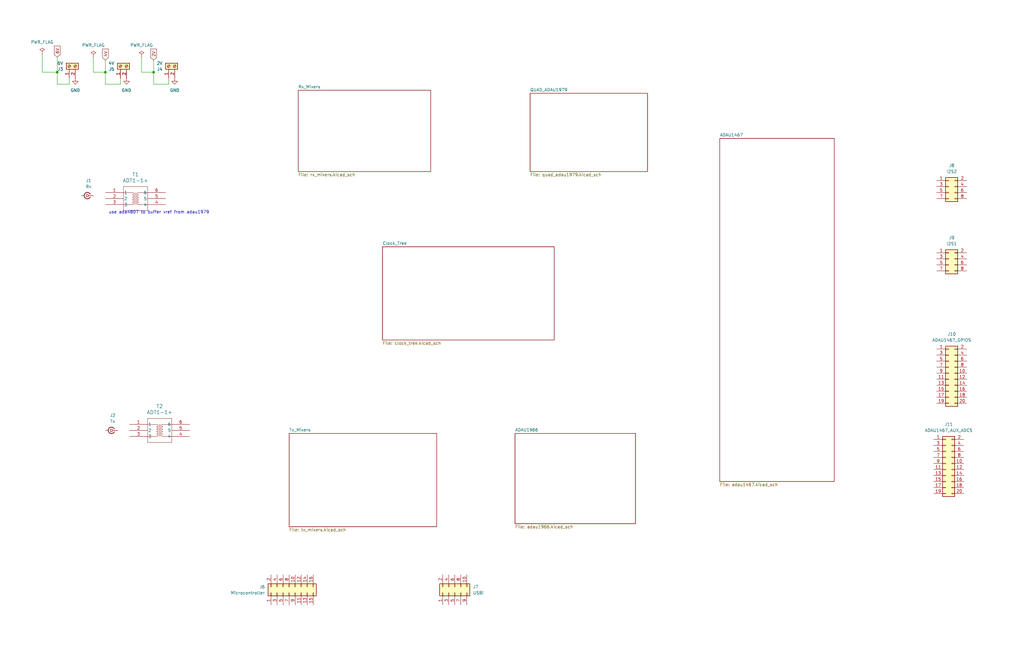
<source format=kicad_sch>
(kicad_sch (version 20250114) (generator "eeschema") (generator_version "9.0")
  (paper "B")
  (title_block (title "HF Software Defined Radio with 32 Phase Polyphase Mixer") (date "2025-12-31") (rev "0.0") (company "Andy McCann KA3KAF and Doug McCann KA3KAG"))
  (lib_symbols
    (symbol "ADTT1_1:ADT1-1+" (pin_names (offset 0.254))
      (property "Reference" "T" (at 20.32 10.16 0))
      (property "Value" "ADT1-1+" (at 20.32 7.62 0))
      (symbol "ADT1-1+_0_1"
        (polyline (pts (xy 15.24 2.54) (xy 15.24 -7.62)) (stroke (width 0.127)))
        (polyline (pts (xy 15.24 0) (xy 19.05 0)) (stroke (width 0.127)))
        (polyline (pts (xy 15.24 -5.08) (xy 19.05 -5.08)) (stroke (width 0.127)))
        (polyline (pts (xy 15.24 -7.62) (xy 25.4 -7.62)) (stroke (width 0.127)))
        (arc (start 19.05 0) (mid 19.5557 -0.508) (end 19.05 -1.016) (stroke (width 0.127)))
        (arc (start 19.05 -1.016) (mid 19.5557 -1.524) (end 19.05 -2.032) (stroke (width 0.127)))
        (arc (start 19.05 -2.032) (mid 19.5557 -2.54) (end 19.05 -3.048) (stroke (width 0.127)))
        (arc (start 19.05 -3.048) (mid 19.5557 -3.556) (end 19.05 -4.064) (stroke (width 0.127)))
        (arc (start 19.05 -4.064) (mid 19.5557 -4.572) (end 19.05 -5.08) (stroke (width 0.127)))
        (polyline (pts (xy 20.066 0) (xy 20.066 -5.08)) (stroke (width 0.127)))
        (polyline (pts (xy 20.574 0) (xy 20.574 -5.08)) (stroke (width 0.127)))
        (arc (start 21.59 -1.016) (mid 21.0842 -0.508) (end 21.59 0) (stroke (width 0.127)))
        (arc (start 21.59 -2.032) (mid 21.0842 -1.524) (end 21.59 -1.016) (stroke (width 0.127)))
        (arc (start 21.59 -3.048) (mid 21.0842 -2.54) (end 21.59 -2.032) (stroke (width 0.127)))
        (arc (start 21.59 -4.064) (mid 21.0842 -3.556) (end 21.59 -3.048) (stroke (width 0.127)))
        (arc (start 21.59 -5.08) (mid 21.0842 -4.572) (end 21.59 -4.064) (stroke (width 0.127)))
        (polyline (pts (xy 25.4 2.54) (xy 15.24 2.54)) (stroke (width 0.127)))
        (polyline (pts (xy 25.4 0) (xy 21.59 0)) (stroke (width 0.127)))
        (polyline (pts (xy 25.4 -5.08) (xy 21.59 -5.08)) (stroke (width 0.127)))
        (polyline (pts (xy 25.4 -7.62) (xy 25.4 2.54)) (stroke (width 0.127)))
        (pin unspecified line (at 7.62 0 0) (length 7.62) (name "1") (number "1"))
        (pin unspecified line (at 7.62 -2.54 0) (length 7.62) (name "2") (number "2"))
        (pin unspecified line (at 7.62 -5.08 0) (length 7.62) (name "3") (number "3"))
        (pin unspecified line (at 33.02 0 180) (length 7.62) (name "6") (number "6"))
        (pin unspecified line (at 33.02 -2.54 180) (length 7.62) (name "5") (number "5"))
        (pin unspecified line (at 33.02 -5.08 180) (length 7.62) (name "4") (number "4"))
      )
    )
    (symbol "Connector:Conn_Coaxial_Small" (pin_numbers (hide yes)) (pin_names (offset 1.016) (hide yes))
      (property "Reference" "J" (at 0.254 3.048 0))
      (property "Value" "Conn_Coaxial_Small" (at 0 -3.81 0))
      (symbol "Conn_Coaxial_Small_0_1"
        (polyline (pts (xy -2.54 0) (xy -0.508 0)))
        (circle (center 0 0) (radius 0.508) (stroke (width 0.2032)))
      )
      (symbol "Conn_Coaxial_Small_1_1"
        (arc (start 1.3484 0.0039) (mid 0.327 -1.308) (end -1.1916 -0.6311) (stroke (width 0.3048)))
        (arc (start -1.1916 0.6311) (mid 0.327 1.3081) (end 1.3484 -0.0039) (stroke (width 0.3048)))
        (pin passive line (at -2.54 0 0) (length 1.27) (name "In") (number "1"))
        (pin passive line (at 2.54 0 180) (length 1.27) (name "Ext") (number "2"))
      )
    )
    (symbol "Connector:Screw_Terminal_01x02" (pin_names (offset 1.016) (hide yes))
      (property "Reference" "J" (at 0 2.54 0))
      (property "Value" "Screw_Terminal_01x02" (at 0 -5.08 0))
      (symbol "Screw_Terminal_01x02_1_1"
        (rectangle (start -1.27 1.27) (end 1.27 -3.81) (stroke (width 0.254)) (fill (type background)))
        (polyline (pts (xy -0.5334 0.3302) (xy 0.3302 -0.508)) (stroke (width 0.1524)))
        (polyline (pts (xy -0.5334 -2.2098) (xy 0.3302 -3.048)) (stroke (width 0.1524)))
        (polyline (pts (xy -0.3556 0.508) (xy 0.508 -0.3302)) (stroke (width 0.1524)))
        (polyline (pts (xy -0.3556 -2.032) (xy 0.508 -2.8702)) (stroke (width 0.1524)))
        (circle (center 0 0) (radius 0.635) (stroke (width 0.1524)))
        (circle (center 0 -2.54) (radius 0.635) (stroke (width 0.1524)))
        (pin passive line (at -5.08 0 0) (length 3.81) (name "Pin_1") (number "1"))
        (pin passive line (at -5.08 -2.54 0) (length 3.81) (name "Pin_2") (number "2"))
      )
    )
    (symbol "Connector_Generic:Conn_02x04_Odd_Even" (pin_names (offset 1.016) (hide yes))
      (property "Reference" "J" (at 1.27 5.08 0))
      (property "Value" "Conn_02x04_Odd_Even" (at 1.27 -7.62 0))
      (symbol "Conn_02x04_Odd_Even_1_1"
        (rectangle (start -1.27 3.81) (end 3.81 -6.35) (stroke (width 0.254)) (fill (type background)))
        (rectangle (start -1.27 2.667) (end 0 2.413) (stroke (width 0.1524)))
        (rectangle (start -1.27 0.127) (end 0 -0.127) (stroke (width 0.1524)))
        (rectangle (start -1.27 -2.413) (end 0 -2.667) (stroke (width 0.1524)))
        (rectangle (start -1.27 -4.953) (end 0 -5.207) (stroke (width 0.1524)))
        (rectangle (start 3.81 2.667) (end 2.54 2.413) (stroke (width 0.1524)))
        (rectangle (start 3.81 0.127) (end 2.54 -0.127) (stroke (width 0.1524)))
        (rectangle (start 3.81 -2.413) (end 2.54 -2.667) (stroke (width 0.1524)))
        (rectangle (start 3.81 -4.953) (end 2.54 -5.207) (stroke (width 0.1524)))
        (pin passive line (at -5.08 2.54 0) (length 3.81) (name "Pin_1") (number "1"))
        (pin passive line (at -5.08 0 0) (length 3.81) (name "Pin_3") (number "3"))
        (pin passive line (at -5.08 -2.54 0) (length 3.81) (name "Pin_5") (number "5"))
        (pin passive line (at -5.08 -5.08 0) (length 3.81) (name "Pin_7") (number "7"))
        (pin passive line (at 7.62 2.54 180) (length 3.81) (name "Pin_2") (number "2"))
        (pin passive line (at 7.62 0 180) (length 3.81) (name "Pin_4") (number "4"))
        (pin passive line (at 7.62 -2.54 180) (length 3.81) (name "Pin_6") (number "6"))
        (pin passive line (at 7.62 -5.08 180) (length 3.81) (name "Pin_8") (number "8"))
      )
    )
    (symbol "Connector_Generic:Conn_02x05_Odd_Even" (pin_names (offset 1.016) (hide yes))
      (property "Reference" "J" (at 1.27 7.62 0))
      (property "Value" "Conn_02x05_Odd_Even" (at 1.27 -7.62 0))
      (symbol "Conn_02x05_Odd_Even_1_1"
        (rectangle (start -1.27 6.35) (end 3.81 -6.35) (stroke (width 0.254)) (fill (type background)))
        (rectangle (start -1.27 5.207) (end 0 4.953) (stroke (width 0.1524)))
        (rectangle (start -1.27 2.667) (end 0 2.413) (stroke (width 0.1524)))
        (rectangle (start -1.27 0.127) (end 0 -0.127) (stroke (width 0.1524)))
        (rectangle (start -1.27 -2.413) (end 0 -2.667) (stroke (width 0.1524)))
        (rectangle (start -1.27 -4.953) (end 0 -5.207) (stroke (width 0.1524)))
        (rectangle (start 3.81 5.207) (end 2.54 4.953) (stroke (width 0.1524)))
        (rectangle (start 3.81 2.667) (end 2.54 2.413) (stroke (width 0.1524)))
        (rectangle (start 3.81 0.127) (end 2.54 -0.127) (stroke (width 0.1524)))
        (rectangle (start 3.81 -2.413) (end 2.54 -2.667) (stroke (width 0.1524)))
        (rectangle (start 3.81 -4.953) (end 2.54 -5.207) (stroke (width 0.1524)))
        (pin passive line (at -5.08 5.08 0) (length 3.81) (name "Pin_1") (number "1"))
        (pin passive line (at -5.08 2.54 0) (length 3.81) (name "Pin_3") (number "3"))
        (pin passive line (at -5.08 0 0) (length 3.81) (name "Pin_5") (number "5"))
        (pin passive line (at -5.08 -2.54 0) (length 3.81) (name "Pin_7") (number "7"))
        (pin passive line (at -5.08 -5.08 0) (length 3.81) (name "Pin_9") (number "9"))
        (pin passive line (at 7.62 5.08 180) (length 3.81) (name "Pin_2") (number "2"))
        (pin passive line (at 7.62 2.54 180) (length 3.81) (name "Pin_4") (number "4"))
        (pin passive line (at 7.62 0 180) (length 3.81) (name "Pin_6") (number "6"))
        (pin passive line (at 7.62 -2.54 180) (length 3.81) (name "Pin_8") (number "8"))
        (pin passive line (at 7.62 -5.08 180) (length 3.81) (name "Pin_10") (number "10"))
      )
    )
    (symbol "Connector_Generic:Conn_02x08_Odd_Even" (pin_names (offset 1.016) (hide yes))
      (property "Reference" "J" (at 1.27 10.16 0))
      (property "Value" "Conn_02x08_Odd_Even" (at 1.27 -12.7 0))
      (symbol "Conn_02x08_Odd_Even_1_1"
        (rectangle (start -1.27 8.89) (end 3.81 -11.43) (stroke (width 0.254)) (fill (type background)))
        (rectangle (start -1.27 7.747) (end 0 7.493) (stroke (width 0.1524)))
        (rectangle (start -1.27 5.207) (end 0 4.953) (stroke (width 0.1524)))
        (rectangle (start -1.27 2.667) (end 0 2.413) (stroke (width 0.1524)))
        (rectangle (start -1.27 0.127) (end 0 -0.127) (stroke (width 0.1524)))
        (rectangle (start -1.27 -2.413) (end 0 -2.667) (stroke (width 0.1524)))
        (rectangle (start -1.27 -4.953) (end 0 -5.207) (stroke (width 0.1524)))
        (rectangle (start -1.27 -7.493) (end 0 -7.747) (stroke (width 0.1524)))
        (rectangle (start -1.27 -10.033) (end 0 -10.287) (stroke (width 0.1524)))
        (rectangle (start 3.81 7.747) (end 2.54 7.493) (stroke (width 0.1524)))
        (rectangle (start 3.81 5.207) (end 2.54 4.953) (stroke (width 0.1524)))
        (rectangle (start 3.81 2.667) (end 2.54 2.413) (stroke (width 0.1524)))
        (rectangle (start 3.81 0.127) (end 2.54 -0.127) (stroke (width 0.1524)))
        (rectangle (start 3.81 -2.413) (end 2.54 -2.667) (stroke (width 0.1524)))
        (rectangle (start 3.81 -4.953) (end 2.54 -5.207) (stroke (width 0.1524)))
        (rectangle (start 3.81 -7.493) (end 2.54 -7.747) (stroke (width 0.1524)))
        (rectangle (start 3.81 -10.033) (end 2.54 -10.287) (stroke (width 0.1524)))
        (pin passive line (at -5.08 7.62 0) (length 3.81) (name "Pin_1") (number "1"))
        (pin passive line (at -5.08 5.08 0) (length 3.81) (name "Pin_3") (number "3"))
        (pin passive line (at -5.08 2.54 0) (length 3.81) (name "Pin_5") (number "5"))
        (pin passive line (at -5.08 0 0) (length 3.81) (name "Pin_7") (number "7"))
        (pin passive line (at -5.08 -2.54 0) (length 3.81) (name "Pin_9") (number "9"))
        (pin passive line (at -5.08 -5.08 0) (length 3.81) (name "Pin_11") (number "11"))
        (pin passive line (at -5.08 -7.62 0) (length 3.81) (name "Pin_13") (number "13"))
        (pin passive line (at -5.08 -10.16 0) (length 3.81) (name "Pin_15") (number "15"))
        (pin passive line (at 7.62 7.62 180) (length 3.81) (name "Pin_2") (number "2"))
        (pin passive line (at 7.62 5.08 180) (length 3.81) (name "Pin_4") (number "4"))
        (pin passive line (at 7.62 2.54 180) (length 3.81) (name "Pin_6") (number "6"))
        (pin passive line (at 7.62 0 180) (length 3.81) (name "Pin_8") (number "8"))
        (pin passive line (at 7.62 -2.54 180) (length 3.81) (name "Pin_10") (number "10"))
        (pin passive line (at 7.62 -5.08 180) (length 3.81) (name "Pin_12") (number "12"))
        (pin passive line (at 7.62 -7.62 180) (length 3.81) (name "Pin_14") (number "14"))
        (pin passive line (at 7.62 -10.16 180) (length 3.81) (name "Pin_16") (number "16"))
      )
    )
    (symbol "Connector_Generic:Conn_02x10_Odd_Even" (pin_names (offset 1.016) (hide yes))
      (property "Reference" "J" (at 1.27 12.7 0))
      (property "Value" "Conn_02x10_Odd_Even" (at 1.27 -15.24 0))
      (symbol "Conn_02x10_Odd_Even_1_1"
        (rectangle (start -1.27 11.43) (end 3.81 -13.97) (stroke (width 0.254)) (fill (type background)))
        (rectangle (start -1.27 10.287) (end 0 10.033) (stroke (width 0.1524)))
        (rectangle (start -1.27 7.747) (end 0 7.493) (stroke (width 0.1524)))
        (rectangle (start -1.27 5.207) (end 0 4.953) (stroke (width 0.1524)))
        (rectangle (start -1.27 2.667) (end 0 2.413) (stroke (width 0.1524)))
        (rectangle (start -1.27 0.127) (end 0 -0.127) (stroke (width 0.1524)))
        (rectangle (start -1.27 -2.413) (end 0 -2.667) (stroke (width 0.1524)))
        (rectangle (start -1.27 -4.953) (end 0 -5.207) (stroke (width 0.1524)))
        (rectangle (start -1.27 -7.493) (end 0 -7.747) (stroke (width 0.1524)))
        (rectangle (start -1.27 -10.033) (end 0 -10.287) (stroke (width 0.1524)))
        (rectangle (start -1.27 -12.573) (end 0 -12.827) (stroke (width 0.1524)))
        (rectangle (start 3.81 10.287) (end 2.54 10.033) (stroke (width 0.1524)))
        (rectangle (start 3.81 7.747) (end 2.54 7.493) (stroke (width 0.1524)))
        (rectangle (start 3.81 5.207) (end 2.54 4.953) (stroke (width 0.1524)))
        (rectangle (start 3.81 2.667) (end 2.54 2.413) (stroke (width 0.1524)))
        (rectangle (start 3.81 0.127) (end 2.54 -0.127) (stroke (width 0.1524)))
        (rectangle (start 3.81 -2.413) (end 2.54 -2.667) (stroke (width 0.1524)))
        (rectangle (start 3.81 -4.953) (end 2.54 -5.207) (stroke (width 0.1524)))
        (rectangle (start 3.81 -7.493) (end 2.54 -7.747) (stroke (width 0.1524)))
        (rectangle (start 3.81 -10.033) (end 2.54 -10.287) (stroke (width 0.1524)))
        (rectangle (start 3.81 -12.573) (end 2.54 -12.827) (stroke (width 0.1524)))
        (pin passive line (at -5.08 10.16 0) (length 3.81) (name "Pin_1") (number "1"))
        (pin passive line (at -5.08 7.62 0) (length 3.81) (name "Pin_3") (number "3"))
        (pin passive line (at -5.08 5.08 0) (length 3.81) (name "Pin_5") (number "5"))
        (pin passive line (at -5.08 2.54 0) (length 3.81) (name "Pin_7") (number "7"))
        (pin passive line (at -5.08 0 0) (length 3.81) (name "Pin_9") (number "9"))
        (pin passive line (at -5.08 -2.54 0) (length 3.81) (name "Pin_11") (number "11"))
        (pin passive line (at -5.08 -5.08 0) (length 3.81) (name "Pin_13") (number "13"))
        (pin passive line (at -5.08 -7.62 0) (length 3.81) (name "Pin_15") (number "15"))
        (pin passive line (at -5.08 -10.16 0) (length 3.81) (name "Pin_17") (number "17"))
        (pin passive line (at -5.08 -12.7 0) (length 3.81) (name "Pin_19") (number "19"))
        (pin passive line (at 7.62 10.16 180) (length 3.81) (name "Pin_2") (number "2"))
        (pin passive line (at 7.62 7.62 180) (length 3.81) (name "Pin_4") (number "4"))
        (pin passive line (at 7.62 5.08 180) (length 3.81) (name "Pin_6") (number "6"))
        (pin passive line (at 7.62 2.54 180) (length 3.81) (name "Pin_8") (number "8"))
        (pin passive line (at 7.62 0 180) (length 3.81) (name "Pin_10") (number "10"))
        (pin passive line (at 7.62 -2.54 180) (length 3.81) (name "Pin_12") (number "12"))
        (pin passive line (at 7.62 -5.08 180) (length 3.81) (name "Pin_14") (number "14"))
        (pin passive line (at 7.62 -7.62 180) (length 3.81) (name "Pin_16") (number "16"))
        (pin passive line (at 7.62 -10.16 180) (length 3.81) (name "Pin_18") (number "18"))
        (pin passive line (at 7.62 -12.7 180) (length 3.81) (name "Pin_20") (number "20"))
      )
    )
    (symbol "power:GND" (power) (pin_numbers (hide yes)) (pin_names (offset 0) (hide yes))
      (property "Value" "GND" (at 0 -3.81 0))
      (symbol "GND_0_1"
        (polyline (pts (xy 0 0) (xy 0 -1.27) (xy 1.27 -1.27) (xy 0 -2.54) (xy -1.27 -1.27) (xy 0 -1.27)))
      )
      (symbol "GND_1_1"
        (pin power_in line (at 0 0 270) (length 0) (name "~") (number "1"))
      )
    )
    (symbol "power:PWR_FLAG" (power) (pin_numbers (hide yes)) (pin_names (offset 0) (hide yes))
      (property "Value" "PWR_FLAG" (at 0 3.81 0))
      (symbol "PWR_FLAG_0_0"
        (pin power_out line (at 0 0 90) (length 0) (name "~") (number "1"))
      )
      (symbol "PWR_FLAG_0_1"
        (polyline (pts (xy 0 0) (xy 0 1.27) (xy -1.016 1.905) (xy 0 2.54) (xy 1.016 1.905) (xy 0 1.27)))
      )
    )
  )
  (text "use ada4807 to buffer vref from adau1979" (at 67.056 89.662 0) (effects (font (size 1.27 1.27))))
  (junction (at 64.77 30.48))
  (junction (at 24.13 30.48))
  (junction (at 44.45 30.48))
  (wire (pts (xy 39.37 30.48) (xy 44.45 30.48)))
  (wire (pts (xy 71.12 35.56) (xy 64.77 35.56)))
  (wire (pts (xy 39.37 24.13) (xy 39.37 30.48)))
  (wire (pts (xy 59.69 30.48) (xy 64.77 30.48)))
  (wire (pts (xy 24.13 30.48) (xy 24.13 35.56)))
  (wire (pts (xy 17.78 22.86) (xy 17.78 30.48)))
  (wire (pts (xy 17.78 30.48) (xy 24.13 30.48)))
  (wire (pts (xy 71.12 33.02) (xy 71.12 35.56)))
  (wire (pts (xy 50.8 33.02) (xy 50.8 35.56)))
  (wire (pts (xy 24.13 24.13) (xy 24.13 30.48)))
  (wire (pts (xy 50.8 35.56) (xy 44.45 35.56)))
  (wire (pts (xy 44.45 25.4) (xy 44.45 30.48)))
  (wire (pts (xy 64.77 35.56) (xy 64.77 30.48)))
  (wire (pts (xy 29.21 35.56) (xy 24.13 35.56)))
  (wire (pts (xy 44.45 30.48) (xy 44.45 35.56)))
  (wire (pts (xy 59.69 24.13) (xy 59.69 30.48)))
  (wire (pts (xy 64.77 30.48) (xy 64.77 25.4)))
  (wire (pts (xy 29.21 33.02) (xy 29.21 35.56)))
  (global_label "4V" (shape input) (at 44.45 25.4 90) (property "Intersheetrefs" "${INTERSHEET_REFS}" (effects (hide yes))))
  (global_label "6V" (shape input) (at 24.13 24.13 90) (property "Intersheetrefs" "${INTERSHEET_REFS}" (effects (hide yes))))
  (global_label "2V" (shape input) (at 64.77 25.4 90) (property "Intersheetrefs" "${INTERSHEET_REFS}" (effects (hide yes))))
  (symbol (lib_id "Connector:Screw_Terminal_01x02") (at 50.8 27.94 90) (unit 1)
    (property "Reference" "J5" (at 48.26 29.2101 90) (effects (justify left)))
    (property "Value" "4V" (at 48.26 26.6701 90) (effects (justify left)))
    (property "Description" "Generic screw terminal, single row, 01x02, script generated (kicad-library-utils/schlib/autogen/connector/)" (effects (hide yes)))
  )
  (symbol (lib_id "Connector:Screw_Terminal_01x02") (at 71.12 27.94 90) (unit 1)
    (property "Reference" "J4" (at 68.58 29.2101 90) (effects (justify left)))
    (property "Value" "2V" (at 68.58 26.6701 90) (effects (justify left)))
    (property "Description" "Generic screw terminal, single row, 01x02, script generated (kicad-library-utils/schlib/autogen/connector/)" (effects (hide yes)))
  )
  (symbol (lib_id "ADTT1_1:ADT1-1+") (at 46.99 179.07 0) (unit 1)
    (property "Reference" "T2" (at 67.31 171.45 0) (effects (font (size 1.524 1.524))))
    (property "Value" "ADT1-1+" (at 67.31 173.99 0) (effects (font (size 1.524 1.524))))
    (property "Footprint" "ADT1-1+_MNC" (effects (hide yes)))
    (property "Datasheet" "ADT1-1+" (effects (hide yes)))
  )
  (symbol (lib_id "ADTT1_1:ADT1-1+") (at 36.83 81.28 0) (unit 1)
    (property "Reference" "T1" (at 57.15 73.66 0) (effects (font (size 1.524 1.524))))
    (property "Value" "ADT1-1+" (at 57.15 76.2 0) (effects (font (size 1.524 1.524))))
    (property "Footprint" "ADT1-1+_MNC" (effects (hide yes)))
    (property "Datasheet" "https://www.minicircuits.com/pdfs/ADT1-1+.pdf" (effects (hide yes)))
  )
  (symbol (lib_id "power:PWR_FLAG") (at 17.78 22.86 0) (unit 1)
    (property "Reference" "#FLG03" (effects (hide yes)))
    (property "Value" "PWR_FLAG" (at 17.78 17.78 0))
    (property "Description" "Special symbol for telling ERC where power comes from" (effects (hide yes)))
  )
  (symbol (lib_id "Connector_Generic:Conn_02x08_Odd_Even") (at 121.92 250.19 90) (unit 1)
    (property "Reference" "J6" (at 111.76 247.6499 90) (effects (justify left)))
    (property "Value" "Microcontroller" (at 111.76 250.1899 90) (effects (justify left)))
    (property "Description" "Generic connector, double row, 02x08, odd/even pin numbering scheme (row 1 odd numbers, row 2 even numbers), script generated (kicad-library-utils/schlib/autogen/connector/)" (effects (hide yes)))
  )
  (symbol (lib_id "Connector_Generic:Conn_02x05_Odd_Even") (at 191.77 250.19 90) (unit 1)
    (property "Reference" "J7" (at 199.39 247.6499 90) (effects (justify right)))
    (property "Value" "USBi" (at 199.39 250.1899 90) (effects (justify right)))
    (property "Description" "Generic connector, double row, 02x05, odd/even pin numbering scheme (row 1 odd numbers, row 2 even numbers), script generated (kicad-library-utils/schlib/autogen/connector/)" (effects (hide yes)))
  )
  (symbol (lib_id "Connector:Screw_Terminal_01x02") (at 29.21 27.94 90) (unit 1)
    (property "Reference" "J3" (at 26.67 29.2101 90) (effects (justify left)))
    (property "Value" "6V" (at 26.67 26.6701 90) (effects (justify left)))
    (property "Description" "Generic screw terminal, single row, 01x02, script generated (kicad-library-utils/schlib/autogen/connector/)" (effects (hide yes)))
  )
  (symbol (lib_id "Connector_Generic:Conn_02x04_Odd_Even") (at 400.05 109.22 0) (unit 1)
    (property "Reference" "J9" (at 401.32 100.33 0))
    (property "Value" "I2S1" (at 401.32 102.87 0))
    (property "Description" "Generic connector, double row, 02x04, odd/even pin numbering scheme (row 1 odd numbers, row 2 even numbers), script generated (kicad-library-utils/schlib/autogen/connector/)" (effects (hide yes)))
  )
  (symbol (lib_id "Connector:Conn_Coaxial_Small") (at 36.83 82.55 180) (unit 1)
    (property "Reference" "J1" (at 37.3495 76.2 0))
    (property "Value" "Rx" (at 37.3495 78.74 0))
    (property "Description" "small coaxial connector (BNC, SMA, SMB, SMC, Cinch/RCA, LEMO, ...)" (effects (hide yes)))
  )
  (symbol (lib_id "power:GND") (at 73.66 33.02 0) (unit 1)
    (property "Reference" "#PWR02" (effects (hide yes)))
    (property "Value" "GND" (at 73.66 38.1 0))
    (property "Description" "Power symbol creates a global label with name \"GND\" , ground" (effects (hide yes)))
  )
  (symbol (lib_id "Connector:Conn_Coaxial_Small") (at 46.99 181.61 180) (unit 1)
    (property "Reference" "J2" (at 47.5095 175.26 0))
    (property "Value" "Tx" (at 47.5095 177.8 0))
    (property "Description" "small coaxial connector (BNC, SMA, SMB, SMC, Cinch/RCA, LEMO, ...)" (effects (hide yes)))
  )
  (symbol (lib_id "Connector_Generic:Conn_02x04_Odd_Even") (at 400.05 78.74 0) (unit 1)
    (property "Reference" "J8" (at 401.32 69.85 0))
    (property "Value" "I2S2" (at 401.32 72.39 0))
    (property "Description" "Generic connector, double row, 02x04, odd/even pin numbering scheme (row 1 odd numbers, row 2 even numbers), script generated (kicad-library-utils/schlib/autogen/connector/)" (effects (hide yes)))
  )
  (symbol (lib_id "Connector_Generic:Conn_02x10_Odd_Even") (at 398.78 195.58 0) (unit 1)
    (property "Reference" "J11" (at 400.05 179.07 0))
    (property "Value" "ADAU1467_AUX_ADCS" (at 400.05 181.61 0))
    (property "Description" "Generic connector, double row, 02x10, odd/even pin numbering scheme (row 1 odd numbers, row 2 even numbers), script generated (kicad-library-utils/schlib/autogen/connector/)" (effects (hide yes)))
  )
  (symbol (lib_id "Connector_Generic:Conn_02x10_Odd_Even") (at 400.05 157.48 0) (unit 1)
    (property "Reference" "J10" (at 401.32 140.97 0))
    (property "Value" "ADAU1467_GPIOS" (at 401.32 143.51 0))
    (property "Description" "Generic connector, double row, 02x10, odd/even pin numbering scheme (row 1 odd numbers, row 2 even numbers), script generated (kicad-library-utils/schlib/autogen/connector/)" (effects (hide yes)))
  )
  (symbol (lib_id "power:GND") (at 53.34 33.02 0) (unit 1)
    (property "Reference" "#PWR01" (effects (hide yes)))
    (property "Value" "GND" (at 53.34 38.1 0))
    (property "Description" "Power symbol creates a global label with name \"GND\" , ground" (effects (hide yes)))
  )
  (symbol (lib_id "power:PWR_FLAG") (at 59.69 24.13 0) (unit 1)
    (property "Reference" "#FLG01" (effects (hide yes)))
    (property "Value" "PWR_FLAG" (at 59.69 19.05 0))
    (property "Description" "Special symbol for telling ERC where power comes from" (effects (hide yes)))
  )
  (symbol (lib_id "power:PWR_FLAG") (at 39.37 24.13 0) (unit 1)
    (property "Reference" "#FLG02" (effects (hide yes)))
    (property "Value" "PWR_FLAG" (at 39.37 19.05 0))
    (property "Description" "Special symbol for telling ERC where power comes from" (effects (hide yes)))
  )
  (symbol (lib_id "power:GND") (at 31.75 33.02 0) (unit 1)
    (property "Reference" "#PWR03" (effects (hide yes)))
    (property "Value" "GND" (at 31.75 38.1 0))
    (property "Description" "Power symbol creates a global label with name \"GND\" , ground" (effects (hide yes)))
  )
  (sheet (at 217.17 182.88) (size 50.8 38.1) (stroke (width 0.1524))
    (property "Sheetname" "ADAU1966" (at 217.17 182.1684 0) (effects (justify left bottom)))
    (property "Sheetfile" "adau1966.kicad_sch" (at 217.17 221.5646 0) (effects (justify left top)))
  )
  (sheet (at 161.29 104.14) (size 72.39 39.37) (stroke (width 0.1524))
    (property "Sheetname" "Clock_Tree" (at 161.29 103.4284 0) (effects (justify left bottom)))
    (property "Sheetfile" "clock_tree.kicad_sch" (at 161.29 144.0946 0) (effects (justify left top)))
  )
  (sheet (at 121.92 182.88) (size 62.23 39.37) (stroke (width 0.1524))
    (property "Sheetname" "Tx_Mixers" (at 121.92 182.1684 0) (effects (justify left bottom)))
    (property "Sheetfile" "tx_mixers.kicad_sch" (at 121.92 222.8346 0) (effects (justify left top)))
  )
  (sheet (at 223.52 39.37) (size 49.53 33.02) (stroke (width 0.1524))
    (property "Sheetname" "QUAD_ADAU1979" (at 223.52 38.6584 0) (effects (justify left bottom)))
    (property "Sheetfile" "quad_adau1979.kicad_sch" (at 223.52 72.9746 0) (effects (justify left top)))
  )
  (sheet (at 125.73 38.1) (size 55.88 34.29) (stroke (width 0.1524))
    (property "Sheetname" "Rx_Mixers" (at 125.73 37.3884 0) (effects (justify left bottom)))
    (property "Sheetfile" "rx_mixers.kicad_sch" (at 125.73 72.9746 0) (effects (justify left top)))
  )
  (sheet (at 303.53 58.42) (size 48.26 144.78) (stroke (width 0.1524))
    (property "Sheetname" "ADAU1467" (at 303.53 57.7084 0) (effects (justify left bottom)))
    (property "Sheetfile" "adau1467.kicad_sch" (at 303.53 203.7846 0) (effects (justify left top)))
  )
)
</source>
